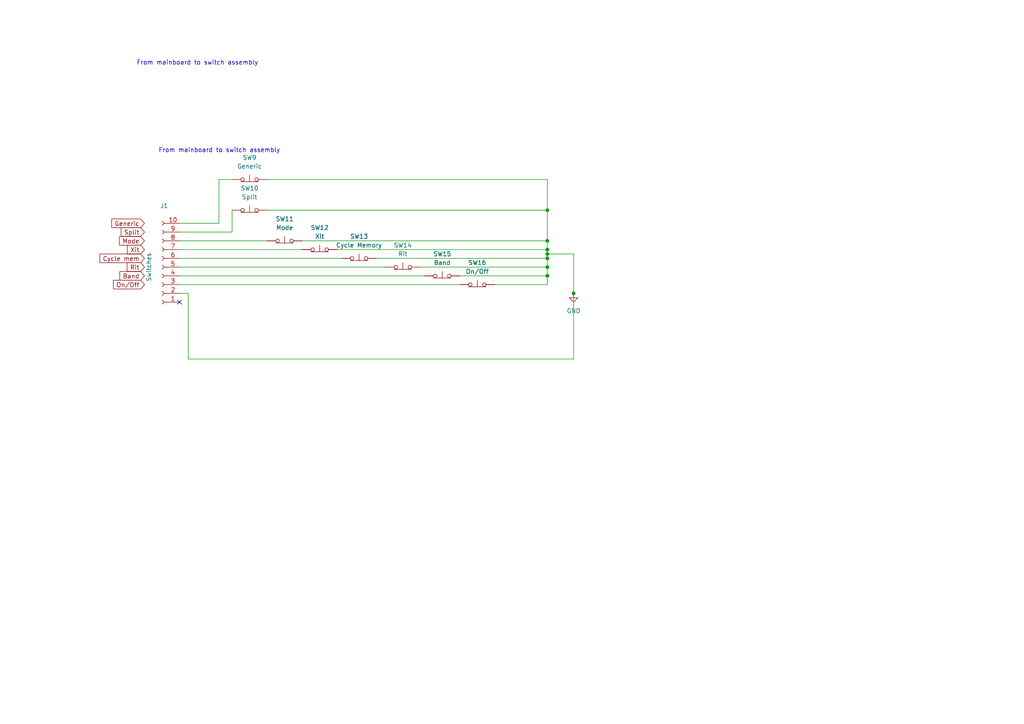
<source format=kicad_sch>
(kicad_sch (version 20230121) (generator eeschema)

  (uuid e63e39d7-6ac0-4ffd-8aa3-1841a4541b55)

  (paper "A4")

  (lib_symbols
    (symbol "Connector:Conn_01x10_Socket" (pin_names (offset 1.016) hide) (in_bom yes) (on_board yes)
      (property "Reference" "J" (at 0 12.7 0)
        (effects (font (size 1.27 1.27)))
      )
      (property "Value" "Conn_01x10_Socket" (at 0 -15.24 0)
        (effects (font (size 1.27 1.27)))
      )
      (property "Footprint" "" (at 0 0 0)
        (effects (font (size 1.27 1.27)) hide)
      )
      (property "Datasheet" "~" (at 0 0 0)
        (effects (font (size 1.27 1.27)) hide)
      )
      (property "ki_locked" "" (at 0 0 0)
        (effects (font (size 1.27 1.27)))
      )
      (property "ki_keywords" "connector" (at 0 0 0)
        (effects (font (size 1.27 1.27)) hide)
      )
      (property "ki_description" "Generic connector, single row, 01x10, script generated" (at 0 0 0)
        (effects (font (size 1.27 1.27)) hide)
      )
      (property "ki_fp_filters" "Connector*:*_1x??_*" (at 0 0 0)
        (effects (font (size 1.27 1.27)) hide)
      )
      (symbol "Conn_01x10_Socket_1_1"
        (arc (start 0 -12.192) (mid -0.5058 -12.7) (end 0 -13.208)
          (stroke (width 0.1524) (type default))
          (fill (type none))
        )
        (arc (start 0 -9.652) (mid -0.5058 -10.16) (end 0 -10.668)
          (stroke (width 0.1524) (type default))
          (fill (type none))
        )
        (arc (start 0 -7.112) (mid -0.5058 -7.62) (end 0 -8.128)
          (stroke (width 0.1524) (type default))
          (fill (type none))
        )
        (arc (start 0 -4.572) (mid -0.5058 -5.08) (end 0 -5.588)
          (stroke (width 0.1524) (type default))
          (fill (type none))
        )
        (arc (start 0 -2.032) (mid -0.5058 -2.54) (end 0 -3.048)
          (stroke (width 0.1524) (type default))
          (fill (type none))
        )
        (polyline
          (pts
            (xy -1.27 -12.7)
            (xy -0.508 -12.7)
          )
          (stroke (width 0.1524) (type default))
          (fill (type none))
        )
        (polyline
          (pts
            (xy -1.27 -10.16)
            (xy -0.508 -10.16)
          )
          (stroke (width 0.1524) (type default))
          (fill (type none))
        )
        (polyline
          (pts
            (xy -1.27 -7.62)
            (xy -0.508 -7.62)
          )
          (stroke (width 0.1524) (type default))
          (fill (type none))
        )
        (polyline
          (pts
            (xy -1.27 -5.08)
            (xy -0.508 -5.08)
          )
          (stroke (width 0.1524) (type default))
          (fill (type none))
        )
        (polyline
          (pts
            (xy -1.27 -2.54)
            (xy -0.508 -2.54)
          )
          (stroke (width 0.1524) (type default))
          (fill (type none))
        )
        (polyline
          (pts
            (xy -1.27 0)
            (xy -0.508 0)
          )
          (stroke (width 0.1524) (type default))
          (fill (type none))
        )
        (polyline
          (pts
            (xy -1.27 2.54)
            (xy -0.508 2.54)
          )
          (stroke (width 0.1524) (type default))
          (fill (type none))
        )
        (polyline
          (pts
            (xy -1.27 5.08)
            (xy -0.508 5.08)
          )
          (stroke (width 0.1524) (type default))
          (fill (type none))
        )
        (polyline
          (pts
            (xy -1.27 7.62)
            (xy -0.508 7.62)
          )
          (stroke (width 0.1524) (type default))
          (fill (type none))
        )
        (polyline
          (pts
            (xy -1.27 10.16)
            (xy -0.508 10.16)
          )
          (stroke (width 0.1524) (type default))
          (fill (type none))
        )
        (arc (start 0 0.508) (mid -0.5058 0) (end 0 -0.508)
          (stroke (width 0.1524) (type default))
          (fill (type none))
        )
        (arc (start 0 3.048) (mid -0.5058 2.54) (end 0 2.032)
          (stroke (width 0.1524) (type default))
          (fill (type none))
        )
        (arc (start 0 5.588) (mid -0.5058 5.08) (end 0 4.572)
          (stroke (width 0.1524) (type default))
          (fill (type none))
        )
        (arc (start 0 8.128) (mid -0.5058 7.62) (end 0 7.112)
          (stroke (width 0.1524) (type default))
          (fill (type none))
        )
        (arc (start 0 10.668) (mid -0.5058 10.16) (end 0 9.652)
          (stroke (width 0.1524) (type default))
          (fill (type none))
        )
        (pin passive line (at -5.08 10.16 0) (length 3.81)
          (name "Pin_1" (effects (font (size 1.27 1.27))))
          (number "1" (effects (font (size 1.27 1.27))))
        )
        (pin passive line (at -5.08 -12.7 0) (length 3.81)
          (name "Pin_10" (effects (font (size 1.27 1.27))))
          (number "10" (effects (font (size 1.27 1.27))))
        )
        (pin passive line (at -5.08 7.62 0) (length 3.81)
          (name "Pin_2" (effects (font (size 1.27 1.27))))
          (number "2" (effects (font (size 1.27 1.27))))
        )
        (pin passive line (at -5.08 5.08 0) (length 3.81)
          (name "Pin_3" (effects (font (size 1.27 1.27))))
          (number "3" (effects (font (size 1.27 1.27))))
        )
        (pin passive line (at -5.08 2.54 0) (length 3.81)
          (name "Pin_4" (effects (font (size 1.27 1.27))))
          (number "4" (effects (font (size 1.27 1.27))))
        )
        (pin passive line (at -5.08 0 0) (length 3.81)
          (name "Pin_5" (effects (font (size 1.27 1.27))))
          (number "5" (effects (font (size 1.27 1.27))))
        )
        (pin passive line (at -5.08 -2.54 0) (length 3.81)
          (name "Pin_6" (effects (font (size 1.27 1.27))))
          (number "6" (effects (font (size 1.27 1.27))))
        )
        (pin passive line (at -5.08 -5.08 0) (length 3.81)
          (name "Pin_7" (effects (font (size 1.27 1.27))))
          (number "7" (effects (font (size 1.27 1.27))))
        )
        (pin passive line (at -5.08 -7.62 0) (length 3.81)
          (name "Pin_8" (effects (font (size 1.27 1.27))))
          (number "8" (effects (font (size 1.27 1.27))))
        )
        (pin passive line (at -5.08 -10.16 0) (length 3.81)
          (name "Pin_9" (effects (font (size 1.27 1.27))))
          (number "9" (effects (font (size 1.27 1.27))))
        )
      )
    )
    (symbol "GND_1" (power) (pin_names (offset 0)) (in_bom yes) (on_board yes)
      (property "Reference" "#PWR" (at 0 -6.35 0)
        (effects (font (size 1.27 1.27)) hide)
      )
      (property "Value" "GND_1" (at 0 -3.81 0)
        (effects (font (size 1.27 1.27)))
      )
      (property "Footprint" "" (at 0 0 0)
        (effects (font (size 1.27 1.27)) hide)
      )
      (property "Datasheet" "" (at 0 0 0)
        (effects (font (size 1.27 1.27)) hide)
      )
      (property "ki_keywords" "global power" (at 0 0 0)
        (effects (font (size 1.27 1.27)) hide)
      )
      (property "ki_description" "Power symbol creates a global label with name \"GND\" , ground" (at 0 0 0)
        (effects (font (size 1.27 1.27)) hide)
      )
      (symbol "GND_1_0_1"
        (polyline
          (pts
            (xy 0 0)
            (xy 0 -1.27)
            (xy 1.27 -1.27)
            (xy 0 -2.54)
            (xy -1.27 -1.27)
            (xy 0 -1.27)
          )
          (stroke (width 0) (type default))
          (fill (type none))
        )
      )
      (symbol "GND_1_1_1"
        (pin power_in line (at 0 0 270) (length 0) hide
          (name "GND" (effects (font (size 1.27 1.27))))
          (number "1" (effects (font (size 1.27 1.27))))
        )
      )
    )
    (symbol "Switch:SW_Push_Open" (pin_numbers hide) (pin_names (offset 1.016) hide) (in_bom yes) (on_board yes)
      (property "Reference" "SW" (at 0 2.54 0)
        (effects (font (size 1.27 1.27)))
      )
      (property "Value" "SW_Push_Open" (at 0 -1.905 0)
        (effects (font (size 1.27 1.27)))
      )
      (property "Footprint" "" (at 0 5.08 0)
        (effects (font (size 1.27 1.27)) hide)
      )
      (property "Datasheet" "~" (at 0 5.08 0)
        (effects (font (size 1.27 1.27)) hide)
      )
      (property "ki_keywords" "switch normally-closed pushbutton push-button" (at 0 0 0)
        (effects (font (size 1.27 1.27)) hide)
      )
      (property "ki_description" "Push button switch, push-to-open, generic, two pins" (at 0 0 0)
        (effects (font (size 1.27 1.27)) hide)
      )
      (symbol "SW_Push_Open_0_1"
        (circle (center -2.032 0) (radius 0.508)
          (stroke (width 0) (type default))
          (fill (type none))
        )
        (polyline
          (pts
            (xy -2.54 -0.635)
            (xy 2.54 -0.635)
          )
          (stroke (width 0) (type default))
          (fill (type none))
        )
        (polyline
          (pts
            (xy 0 -0.635)
            (xy 0 1.27)
          )
          (stroke (width 0) (type default))
          (fill (type none))
        )
        (circle (center 2.032 0) (radius 0.508)
          (stroke (width 0) (type default))
          (fill (type none))
        )
        (pin passive line (at -5.08 0 0) (length 2.54)
          (name "A" (effects (font (size 1.27 1.27))))
          (number "1" (effects (font (size 1.27 1.27))))
        )
      )
      (symbol "SW_Push_Open_1_1"
        (pin passive line (at 5.08 0 180) (length 2.54)
          (name "B" (effects (font (size 1.27 1.27))))
          (number "2" (effects (font (size 1.27 1.27))))
        )
      )
    )
  )

  (junction (at 166.37 85.09) (diameter 0) (color 0 0 0 0)
    (uuid 17be0783-b3c6-4f79-abdd-8c9eb7d9361b)
  )
  (junction (at 158.75 72.39) (diameter 0) (color 0 0 0 0)
    (uuid 32a43449-065d-4979-8b94-f4e4fbfbb247)
  )
  (junction (at 158.75 77.47) (diameter 0) (color 0 0 0 0)
    (uuid 54b0515e-1956-45ee-8171-bf2eb05c35ad)
  )
  (junction (at 158.75 73.66) (diameter 0) (color 0 0 0 0)
    (uuid 7b002e76-622d-4c5a-9c97-bcfbad34a823)
  )
  (junction (at 158.75 69.85) (diameter 0) (color 0 0 0 0)
    (uuid 934d9343-6402-4c55-bff7-2942b84a0d0f)
  )
  (junction (at 158.75 80.01) (diameter 0) (color 0 0 0 0)
    (uuid 9b7b4131-73ae-41a5-81d2-defcb63026ed)
  )
  (junction (at 158.75 74.93) (diameter 0) (color 0 0 0 0)
    (uuid fe6d4bca-e691-4a65-9a98-c528cdafe476)
  )
  (junction (at 158.75 60.96) (diameter 0) (color 0 0 0 0)
    (uuid ff6498c4-600c-4933-a55b-cb64a663024b)
  )

  (no_connect (at 52.07 87.63) (uuid 20983d3c-9681-4956-b2dc-3bdf55b248f5))

  (wire (pts (xy 52.07 82.55) (xy 133.35 82.55))
    (stroke (width 0) (type default))
    (uuid 2aef07b6-db8e-43a1-9946-df481de5a71e)
  )
  (wire (pts (xy 52.07 77.47) (xy 111.76 77.47))
    (stroke (width 0) (type default))
    (uuid 2b1763c9-efed-4b5f-89e6-296790419160)
  )
  (wire (pts (xy 54.61 85.09) (xy 52.07 85.09))
    (stroke (width 0) (type default))
    (uuid 2e3e0cab-a62a-41d8-b1ff-be0a468a6a22)
  )
  (wire (pts (xy 158.75 52.07) (xy 158.75 60.96))
    (stroke (width 0) (type default))
    (uuid 33149250-3142-438a-a1e0-3bae7b20225d)
  )
  (wire (pts (xy 166.37 104.14) (xy 166.37 85.09))
    (stroke (width 0) (type default))
    (uuid 338ecf23-e13e-42a0-b382-5e10ccd8bb9f)
  )
  (wire (pts (xy 158.75 73.66) (xy 166.37 73.66))
    (stroke (width 0) (type default))
    (uuid 34b204ee-3d49-4526-afcc-d49d920aa809)
  )
  (wire (pts (xy 63.5 64.77) (xy 52.07 64.77))
    (stroke (width 0) (type default))
    (uuid 39c99cd7-8b03-4a4a-b168-a66512d96ea3)
  )
  (wire (pts (xy 54.61 85.09) (xy 54.61 104.14))
    (stroke (width 0) (type default))
    (uuid 3b70bed5-2bf1-45b8-b4a7-4d5bd04eaed7)
  )
  (wire (pts (xy 121.92 77.47) (xy 158.75 77.47))
    (stroke (width 0) (type default))
    (uuid 41b2e5ec-ea4b-4245-9f8a-393931e509a3)
  )
  (wire (pts (xy 158.75 60.96) (xy 158.75 69.85))
    (stroke (width 0) (type default))
    (uuid 4d8457cc-0e80-40e0-9bb6-39f7d41fbc65)
  )
  (wire (pts (xy 158.75 69.85) (xy 158.75 72.39))
    (stroke (width 0) (type default))
    (uuid 57f851d2-fc19-406d-93a1-e2a20282756f)
  )
  (wire (pts (xy 158.75 80.01) (xy 158.75 82.55))
    (stroke (width 0) (type default))
    (uuid 5d37aac2-b226-44eb-8052-f6d6fa852540)
  )
  (wire (pts (xy 54.61 104.14) (xy 166.37 104.14))
    (stroke (width 0) (type default))
    (uuid 62c2de81-f064-4f79-b152-abc0110b4c8c)
  )
  (wire (pts (xy 133.35 80.01) (xy 158.75 80.01))
    (stroke (width 0) (type default))
    (uuid 65f99ac9-8849-478b-bc96-f8df8526c2bd)
  )
  (wire (pts (xy 99.06 74.93) (xy 52.07 74.93))
    (stroke (width 0) (type default))
    (uuid 69cb1288-59ab-4f67-9f0a-d225c5b9f0dd)
  )
  (wire (pts (xy 52.07 80.01) (xy 123.19 80.01))
    (stroke (width 0) (type default))
    (uuid 6b47e45d-ecd1-480f-9ea1-d07b95337786)
  )
  (wire (pts (xy 158.75 72.39) (xy 158.75 73.66))
    (stroke (width 0) (type default))
    (uuid 6cf4be6e-d2c5-4a80-b881-f018d7075284)
  )
  (wire (pts (xy 67.31 60.96) (xy 67.31 67.31))
    (stroke (width 0) (type default))
    (uuid 70cd7b2c-682e-4ae2-9cff-73d9b6b0eae0)
  )
  (wire (pts (xy 158.75 77.47) (xy 158.75 80.01))
    (stroke (width 0) (type default))
    (uuid 76defe0d-8ad0-42e0-92e1-85dbd035840c)
  )
  (wire (pts (xy 158.75 74.93) (xy 158.75 77.47))
    (stroke (width 0) (type default))
    (uuid 8b6a13cf-6841-4677-a1dc-264890b63da9)
  )
  (wire (pts (xy 109.22 74.93) (xy 158.75 74.93))
    (stroke (width 0) (type default))
    (uuid 90c1918c-85c1-4f26-aaa9-1bb70d3a3056)
  )
  (wire (pts (xy 77.47 69.85) (xy 52.07 69.85))
    (stroke (width 0) (type default))
    (uuid 914a14ff-2f69-4d82-abb8-f926f3e05dfc)
  )
  (wire (pts (xy 97.79 72.39) (xy 158.75 72.39))
    (stroke (width 0) (type default))
    (uuid 9fb2dd5d-f502-4146-9045-d15266559978)
  )
  (wire (pts (xy 166.37 73.66) (xy 166.37 85.09))
    (stroke (width 0) (type default))
    (uuid a3787745-619d-4cb4-9acb-a96135c17e28)
  )
  (wire (pts (xy 77.47 60.96) (xy 158.75 60.96))
    (stroke (width 0) (type default))
    (uuid a4c0cc40-e1e9-4c86-855a-1efd851775df)
  )
  (wire (pts (xy 63.5 52.07) (xy 63.5 64.77))
    (stroke (width 0) (type default))
    (uuid c414b07a-762e-45ac-b57e-8a1d90960bf8)
  )
  (wire (pts (xy 67.31 52.07) (xy 63.5 52.07))
    (stroke (width 0) (type default))
    (uuid c6428bca-0cfe-44dc-84b4-915ac1c34ff4)
  )
  (wire (pts (xy 87.63 72.39) (xy 52.07 72.39))
    (stroke (width 0) (type default))
    (uuid c7e8e20f-3fee-4428-b070-d93ccf61e4e8)
  )
  (wire (pts (xy 67.31 67.31) (xy 52.07 67.31))
    (stroke (width 0) (type default))
    (uuid cd1d7d47-4b33-41c6-a9d8-11df74e339c7)
  )
  (wire (pts (xy 77.47 52.07) (xy 158.75 52.07))
    (stroke (width 0) (type default))
    (uuid dc46e160-f417-4b3a-a5f8-6141e110615b)
  )
  (wire (pts (xy 87.63 69.85) (xy 158.75 69.85))
    (stroke (width 0) (type default))
    (uuid ef443ffc-fbbf-41e9-b66d-60a5afb71a07)
  )
  (wire (pts (xy 158.75 73.66) (xy 158.75 74.93))
    (stroke (width 0) (type default))
    (uuid ef7db216-aa5c-47a1-94c3-dcae15325325)
  )
  (wire (pts (xy 143.51 82.55) (xy 158.75 82.55))
    (stroke (width 0) (type default))
    (uuid fea5d27c-b660-4e6a-9cba-b72af7997168)
  )

  (text "From mainboard to switch assembly" (at 81.28 44.45 0)
    (effects (font (size 1.27 1.27)) (justify right bottom))
    (uuid 0db93897-400c-4577-94fd-eadc6e421abd)
  )
  (text "From mainboard to switch assembly" (at 74.93 19.05 0)
    (effects (font (size 1.27 1.27)) (justify right bottom))
    (uuid eeca3601-7fa8-4b6a-81a9-076d10018a83)
  )

  (global_label "Band" (shape input) (at 41.91 80.01 180) (fields_autoplaced)
    (effects (font (size 1.27 1.27)) (justify right))
    (uuid 17f1fee4-a4a6-4fc6-b8a1-677f9860c4be)
    (property "Intersheetrefs" "${INTERSHEET_REFS}" (at 34.1127 80.01 0)
      (effects (font (size 1.27 1.27)) (justify right) hide)
    )
  )
  (global_label "Split" (shape input) (at 41.91 67.31 180) (fields_autoplaced)
    (effects (font (size 1.27 1.27)) (justify right))
    (uuid 227eb577-35ba-4972-a24b-f4af51828dc7)
    (property "Intersheetrefs" "${INTERSHEET_REFS}" (at 34.4755 67.31 0)
      (effects (font (size 1.27 1.27)) (justify right) hide)
    )
  )
  (global_label "Mode" (shape input) (at 41.91 69.85 180) (fields_autoplaced)
    (effects (font (size 1.27 1.27)) (justify right))
    (uuid 7c32c9ca-4382-40e7-b9f4-5436eac61d6d)
    (property "Intersheetrefs" "${INTERSHEET_REFS}" (at 33.9917 69.85 0)
      (effects (font (size 1.27 1.27)) (justify right) hide)
    )
  )
  (global_label "Rit" (shape input) (at 41.91 77.47 180) (fields_autoplaced)
    (effects (font (size 1.27 1.27)) (justify right))
    (uuid b026227d-0d55-42c6-9d50-f466588cf32d)
    (property "Intersheetrefs" "${INTERSHEET_REFS}" (at 36.2292 77.47 0)
      (effects (font (size 1.27 1.27)) (justify right) hide)
    )
  )
  (global_label "Xit" (shape input) (at 41.91 72.39 180) (fields_autoplaced)
    (effects (font (size 1.27 1.27)) (justify right))
    (uuid c7792bd1-d160-41d6-b98a-899c98762975)
    (property "Intersheetrefs" "${INTERSHEET_REFS}" (at 36.2897 72.39 0)
      (effects (font (size 1.27 1.27)) (justify right) hide)
    )
  )
  (global_label "On{slash}Off" (shape input) (at 41.91 82.55 180) (fields_autoplaced)
    (effects (font (size 1.27 1.27)) (justify right))
    (uuid f2471ae5-748b-4e66-af36-a95b24596186)
    (property "Intersheetrefs" "${INTERSHEET_REFS}" (at 32.2378 82.55 0)
      (effects (font (size 1.27 1.27)) (justify right) hide)
    )
  )
  (global_label "Cycle mem" (shape input) (at 41.91 74.93 180) (fields_autoplaced)
    (effects (font (size 1.27 1.27)) (justify right))
    (uuid f5395042-b7a4-4b43-b9ac-002e42a92102)
    (property "Intersheetrefs" "${INTERSHEET_REFS}" (at 28.3069 74.93 0)
      (effects (font (size 1.27 1.27)) (justify right) hide)
    )
  )
  (global_label "Generic" (shape input) (at 41.91 64.77 180) (fields_autoplaced)
    (effects (font (size 1.27 1.27)) (justify right))
    (uuid f9476d3b-9449-4334-ac8e-2b0209a54e81)
    (property "Intersheetrefs" "${INTERSHEET_REFS}" (at 31.7539 64.77 0)
      (effects (font (size 1.27 1.27)) (justify right) hide)
    )
  )

  (symbol (lib_id "Switch:SW_Push_Open") (at 104.14 74.93 0) (unit 1)
    (in_bom yes) (on_board yes) (dnp no)
    (uuid 27e05671-8c5c-4782-9b2b-06396c2c29ce)
    (property "Reference" "SW13" (at 104.14 68.58 0)
      (effects (font (size 1.27 1.27)))
    )
    (property "Value" "Cycle Memory" (at 104.14 71.12 0)
      (effects (font (size 1.27 1.27)))
    )
    (property "Footprint" "Button_Switch_Keyboard:SW_Cherry_MX_1.00u_PCB" (at 104.14 69.85 0)
      (effects (font (size 1.27 1.27)) hide)
    )
    (property "Datasheet" "~" (at 104.14 69.85 0)
      (effects (font (size 1.27 1.27)) hide)
    )
    (pin "1" (uuid 571ea391-dc4b-4ca6-8b8b-e5317ff9256f))
    (pin "2" (uuid 095d9720-b112-4e36-b967-8c97b543af5d))
    (instances
      (project "switch_board"
        (path "/e63e39d7-6ac0-4ffd-8aa3-1841a4541b55"
          (reference "SW13") (unit 1)
        )
      )
    )
  )

  (symbol (lib_id "Switch:SW_Push_Open") (at 116.84 77.47 0) (unit 1)
    (in_bom yes) (on_board yes) (dnp no) (fields_autoplaced)
    (uuid 2f6f06b7-f428-4a07-97cc-a74f55cd7461)
    (property "Reference" "SW14" (at 116.84 71.12 0)
      (effects (font (size 1.27 1.27)))
    )
    (property "Value" "Rit" (at 116.84 73.66 0)
      (effects (font (size 1.27 1.27)))
    )
    (property "Footprint" "Button_Switch_Keyboard:SW_Cherry_MX_1.00u_PCB" (at 116.84 72.39 0)
      (effects (font (size 1.27 1.27)) hide)
    )
    (property "Datasheet" "~" (at 116.84 72.39 0)
      (effects (font (size 1.27 1.27)) hide)
    )
    (pin "1" (uuid 7d7325cf-f421-4505-809c-45d3c6616a08))
    (pin "2" (uuid f18887f3-ed38-4a3f-9a04-cd1035bb45d0))
    (instances
      (project "switch_board"
        (path "/e63e39d7-6ac0-4ffd-8aa3-1841a4541b55"
          (reference "SW14") (unit 1)
        )
      )
    )
  )

  (symbol (lib_id "Switch:SW_Push_Open") (at 72.39 60.96 0) (unit 1)
    (in_bom yes) (on_board yes) (dnp no) (fields_autoplaced)
    (uuid 527c6668-816f-4df7-8567-eed2f9719f9a)
    (property "Reference" "SW10" (at 72.39 54.61 0)
      (effects (font (size 1.27 1.27)))
    )
    (property "Value" "Split" (at 72.39 57.15 0)
      (effects (font (size 1.27 1.27)))
    )
    (property "Footprint" "Button_Switch_Keyboard:SW_Cherry_MX_1.00u_PCB" (at 72.39 55.88 0)
      (effects (font (size 1.27 1.27)) hide)
    )
    (property "Datasheet" "~" (at 72.39 55.88 0)
      (effects (font (size 1.27 1.27)) hide)
    )
    (pin "1" (uuid 33df15bc-2754-4eb3-9b9d-24ede2d724db))
    (pin "2" (uuid eb0187c3-c63e-424d-994e-73834a306efa))
    (instances
      (project "switch_board"
        (path "/e63e39d7-6ac0-4ffd-8aa3-1841a4541b55"
          (reference "SW10") (unit 1)
        )
      )
    )
  )

  (symbol (lib_name "GND_1") (lib_id "power:GND") (at 166.37 85.09 0) (mirror y) (unit 1)
    (in_bom yes) (on_board yes) (dnp no)
    (uuid 640b06c7-5893-417c-96d9-e67b05863b9e)
    (property "Reference" "#PWR02" (at 166.37 91.44 0)
      (effects (font (size 1.27 1.27)) hide)
    )
    (property "Value" "GND" (at 166.37 90.17 0)
      (effects (font (size 1.27 1.27)))
    )
    (property "Footprint" "" (at 166.37 85.09 0)
      (effects (font (size 1.27 1.27)) hide)
    )
    (property "Datasheet" "" (at 166.37 85.09 0)
      (effects (font (size 1.27 1.27)) hide)
    )
    (pin "1" (uuid 24618b43-52c6-47e3-8757-9fee8bdb8ebd))
    (instances
      (project "switch_board"
        (path "/e63e39d7-6ac0-4ffd-8aa3-1841a4541b55"
          (reference "#PWR02") (unit 1)
        )
      )
    )
  )

  (symbol (lib_id "Switch:SW_Push_Open") (at 82.55 69.85 0) (unit 1)
    (in_bom yes) (on_board yes) (dnp no) (fields_autoplaced)
    (uuid 79b38a0d-5d44-499e-ba55-467a57c35294)
    (property "Reference" "SW11" (at 82.55 63.5 0)
      (effects (font (size 1.27 1.27)))
    )
    (property "Value" "Mode" (at 82.55 66.04 0)
      (effects (font (size 1.27 1.27)))
    )
    (property "Footprint" "Button_Switch_Keyboard:SW_Cherry_MX_1.00u_PCB" (at 82.55 64.77 0)
      (effects (font (size 1.27 1.27)) hide)
    )
    (property "Datasheet" "~" (at 82.55 64.77 0)
      (effects (font (size 1.27 1.27)) hide)
    )
    (pin "1" (uuid e33b4752-61fb-4825-9adb-719ff0675362))
    (pin "2" (uuid c4e54de5-7270-4395-9a2a-dc3a4fdf1e29))
    (instances
      (project "switch_board"
        (path "/e63e39d7-6ac0-4ffd-8aa3-1841a4541b55"
          (reference "SW11") (unit 1)
        )
      )
    )
  )

  (symbol (lib_id "Switch:SW_Push_Open") (at 72.39 52.07 0) (unit 1)
    (in_bom yes) (on_board yes) (dnp no) (fields_autoplaced)
    (uuid 9c00beba-ed33-4fee-8644-ae1e70b3f4f3)
    (property "Reference" "SW9" (at 72.39 45.72 0)
      (effects (font (size 1.27 1.27)))
    )
    (property "Value" "Generic" (at 72.39 48.26 0)
      (effects (font (size 1.27 1.27)))
    )
    (property "Footprint" "Button_Switch_Keyboard:SW_Cherry_MX_1.00u_Plate" (at 72.39 46.99 0)
      (effects (font (size 1.27 1.27)) hide)
    )
    (property "Datasheet" "~" (at 72.39 46.99 0)
      (effects (font (size 1.27 1.27)) hide)
    )
    (pin "1" (uuid 4e58f6d3-0708-47fe-baa5-6631ecb45d83))
    (pin "2" (uuid 793453d6-6899-4d8b-a4f6-e057d82f157f))
    (instances
      (project "switch_board"
        (path "/e63e39d7-6ac0-4ffd-8aa3-1841a4541b55"
          (reference "SW9") (unit 1)
        )
      )
    )
  )

  (symbol (lib_id "Connector:Conn_01x10_Socket") (at 46.99 77.47 180) (unit 1)
    (in_bom yes) (on_board yes) (dnp no)
    (uuid a96ecebb-2c0c-4b7e-b5f3-8c2a87e9470c)
    (property "Reference" "J1" (at 47.625 59.69 0)
      (effects (font (size 1.27 1.27)))
    )
    (property "Value" "Switches" (at 43.18 77.47 90)
      (effects (font (size 1.27 1.27)))
    )
    (property "Footprint" "Connector_JST:JST_XH_B10B-XH-AM_1x10_P2.50mm_Vertical" (at 46.99 77.47 0)
      (effects (font (size 1.27 1.27)) hide)
    )
    (property "Datasheet" "~" (at 46.99 77.47 0)
      (effects (font (size 1.27 1.27)) hide)
    )
    (pin "1" (uuid 9fcaae87-f445-4f1e-b2d0-652b693b2756))
    (pin "10" (uuid dfa9143c-dc2a-45f9-aac5-06fde20c5373))
    (pin "2" (uuid 87c5743f-60fc-491c-8172-514c86de992f))
    (pin "3" (uuid 7ca9fe09-804a-4906-a7f8-26d89c9591d8))
    (pin "4" (uuid 2b58ea1f-4c29-4a12-840a-71e716d2129b))
    (pin "5" (uuid 191a52b3-ebbc-4ba8-9ae7-fcaa6842ae0f))
    (pin "6" (uuid c7a2577f-d77a-4587-b75d-af8406586a8d))
    (pin "7" (uuid c6ef7b26-b63a-4f01-ad16-5f4d385d5ffc))
    (pin "8" (uuid 559de4f0-390d-4e86-a5c3-2b3ab1e84e28))
    (pin "9" (uuid 49b98e17-8dca-4bb8-a029-c926b23d4c4a))
    (instances
      (project "switch_board"
        (path "/e63e39d7-6ac0-4ffd-8aa3-1841a4541b55"
          (reference "J1") (unit 1)
        )
      )
    )
  )

  (symbol (lib_id "Switch:SW_Push_Open") (at 138.43 82.55 0) (unit 1)
    (in_bom yes) (on_board yes) (dnp no) (fields_autoplaced)
    (uuid ac0ae248-f9f5-4de8-aa90-3cf4fef3394f)
    (property "Reference" "SW16" (at 138.43 76.2 0)
      (effects (font (size 1.27 1.27)))
    )
    (property "Value" "On/Off" (at 138.43 78.74 0)
      (effects (font (size 1.27 1.27)))
    )
    (property "Footprint" "Button_Switch_Keyboard:SW_Cherry_MX_1.00u_PCB" (at 138.43 77.47 0)
      (effects (font (size 1.27 1.27)) hide)
    )
    (property "Datasheet" "~" (at 138.43 77.47 0)
      (effects (font (size 1.27 1.27)) hide)
    )
    (pin "1" (uuid b88db3ea-a13d-4359-aa59-27396710c890))
    (pin "2" (uuid c0fac4fe-eb65-4629-98f9-f93c5d4e986f))
    (instances
      (project "switch_board"
        (path "/e63e39d7-6ac0-4ffd-8aa3-1841a4541b55"
          (reference "SW16") (unit 1)
        )
      )
    )
  )

  (symbol (lib_id "Switch:SW_Push_Open") (at 128.27 80.01 0) (unit 1)
    (in_bom yes) (on_board yes) (dnp no) (fields_autoplaced)
    (uuid ba4b1ea9-8c22-48dc-bea2-8d7ea699b676)
    (property "Reference" "SW15" (at 128.27 73.66 0)
      (effects (font (size 1.27 1.27)))
    )
    (property "Value" "Band" (at 128.27 76.2 0)
      (effects (font (size 1.27 1.27)))
    )
    (property "Footprint" "Button_Switch_Keyboard:SW_Cherry_MX_1.00u_PCB" (at 128.27 74.93 0)
      (effects (font (size 1.27 1.27)) hide)
    )
    (property "Datasheet" "~" (at 128.27 74.93 0)
      (effects (font (size 1.27 1.27)) hide)
    )
    (pin "1" (uuid 22d469c2-42ef-4c79-9159-d0d3bc7829b5))
    (pin "2" (uuid bb2f4107-3c48-4ab5-a226-1c5130b49bec))
    (instances
      (project "switch_board"
        (path "/e63e39d7-6ac0-4ffd-8aa3-1841a4541b55"
          (reference "SW15") (unit 1)
        )
      )
    )
  )

  (symbol (lib_id "Switch:SW_Push_Open") (at 92.71 72.39 0) (unit 1)
    (in_bom yes) (on_board yes) (dnp no) (fields_autoplaced)
    (uuid dafe4834-1525-4329-8fec-d0d7254aed2d)
    (property "Reference" "SW12" (at 92.71 66.04 0)
      (effects (font (size 1.27 1.27)))
    )
    (property "Value" "Xit" (at 92.71 68.58 0)
      (effects (font (size 1.27 1.27)))
    )
    (property "Footprint" "Button_Switch_Keyboard:SW_Cherry_MX_1.00u_PCB" (at 92.71 67.31 0)
      (effects (font (size 1.27 1.27)) hide)
    )
    (property "Datasheet" "~" (at 92.71 67.31 0)
      (effects (font (size 1.27 1.27)) hide)
    )
    (pin "1" (uuid 7d470797-900f-457b-960d-81236a944ff1))
    (pin "2" (uuid f14c3e77-ccd6-48c4-84a7-c27bbc94951c))
    (instances
      (project "switch_board"
        (path "/e63e39d7-6ac0-4ffd-8aa3-1841a4541b55"
          (reference "SW12") (unit 1)
        )
      )
    )
  )

  (sheet_instances
    (path "/" (page "1"))
  )
)

</source>
